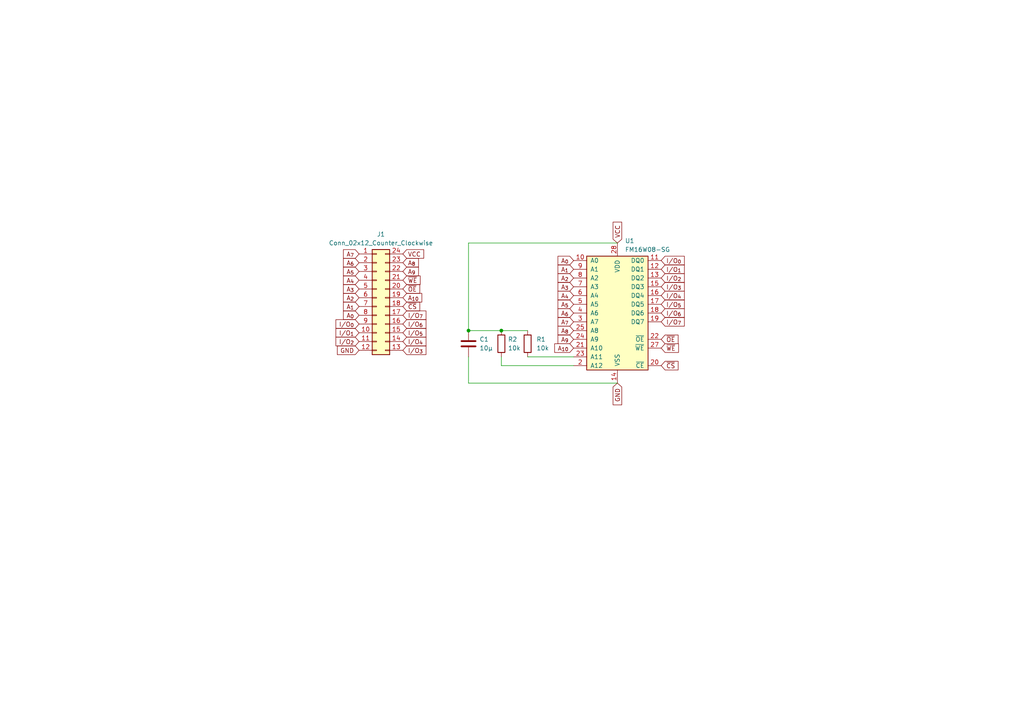
<source format=kicad_sch>
(kicad_sch (version 20230121) (generator eeschema)
  (paper "A4")
  (lib_symbols
    (symbol "Connector_Generic:Conn_02x12_Counter_Clockwise" (pin_names (offset 1.016) hide)
      (property "Reference" "J" (at 1.27 15.24 0))
      (property "Value" "Conn_02x12_Counter_Clockwise" (at 1.27 -17.78 0))
      (symbol "Conn_02x12_Counter_Clockwise_1_1"
        (rectangle (start -1.27 -15.113) (end 0 -15.367) (stroke (width 0.1524)))
        (rectangle (start -1.27 -12.573) (end 0 -12.827) (stroke (width 0.1524)))
        (rectangle (start -1.27 -10.033) (end 0 -10.287) (stroke (width 0.1524)))
        (rectangle (start -1.27 -7.493) (end 0 -7.747) (stroke (width 0.1524)))
        (rectangle (start -1.27 -4.953) (end 0 -5.207) (stroke (width 0.1524)))
        (rectangle (start -1.27 -2.413) (end 0 -2.667) (stroke (width 0.1524)))
        (rectangle (start -1.27 0.127) (end 0 -0.127) (stroke (width 0.1524)))
        (rectangle (start -1.27 2.667) (end 0 2.413) (stroke (width 0.1524)))
        (rectangle (start -1.27 5.207) (end 0 4.953) (stroke (width 0.1524)))
        (rectangle (start -1.27 7.747) (end 0 7.493) (stroke (width 0.1524)))
        (rectangle (start -1.27 10.287) (end 0 10.033) (stroke (width 0.1524)))
        (rectangle (start -1.27 12.827) (end 0 12.573) (stroke (width 0.1524)))
        (rectangle (start -1.27 13.97) (end 3.81 -16.51) (stroke (width 0.254)) (fill (type background)))
        (rectangle (start 3.81 -15.113) (end 2.54 -15.367) (stroke (width 0.1524)))
        (rectangle (start 3.81 -12.573) (end 2.54 -12.827) (stroke (width 0.1524)))
        (rectangle (start 3.81 -10.033) (end 2.54 -10.287) (stroke (width 0.1524)))
        (rectangle (start 3.81 -7.493) (end 2.54 -7.747) (stroke (width 0.1524)))
        (rectangle (start 3.81 -4.953) (end 2.54 -5.207) (stroke (width 0.1524)))
        (rectangle (start 3.81 -2.413) (end 2.54 -2.667) (stroke (width 0.1524)))
        (rectangle (start 3.81 0.127) (end 2.54 -0.127) (stroke (width 0.1524)))
        (rectangle (start 3.81 2.667) (end 2.54 2.413) (stroke (width 0.1524)))
        (rectangle (start 3.81 5.207) (end 2.54 4.953) (stroke (width 0.1524)))
        (rectangle (start 3.81 7.747) (end 2.54 7.493) (stroke (width 0.1524)))
        (rectangle (start 3.81 10.287) (end 2.54 10.033) (stroke (width 0.1524)))
        (rectangle (start 3.81 12.827) (end 2.54 12.573) (stroke (width 0.1524)))
        (pin passive line (at -5.08 12.7 0) (length 3.81) (name "Pin_1") (number "1"))
        (pin passive line (at -5.08 -10.16 0) (length 3.81) (name "Pin_10") (number "10"))
        (pin passive line (at -5.08 -12.7 0) (length 3.81) (name "Pin_11") (number "11"))
        (pin passive line (at -5.08 -15.24 0) (length 3.81) (name "Pin_12") (number "12"))
        (pin passive line (at 7.62 -15.24 180) (length 3.81) (name "Pin_13") (number "13"))
        (pin passive line (at 7.62 -12.7 180) (length 3.81) (name "Pin_14") (number "14"))
        (pin passive line (at 7.62 -10.16 180) (length 3.81) (name "Pin_15") (number "15"))
        (pin passive line (at 7.62 -7.62 180) (length 3.81) (name "Pin_16") (number "16"))
        (pin passive line (at 7.62 -5.08 180) (length 3.81) (name "Pin_17") (number "17"))
        (pin passive line (at 7.62 -2.54 180) (length 3.81) (name "Pin_18") (number "18"))
        (pin passive line (at 7.62 0 180) (length 3.81) (name "Pin_19") (number "19"))
        (pin passive line (at -5.08 10.16 0) (length 3.81) (name "Pin_2") (number "2"))
        (pin passive line (at 7.62 2.54 180) (length 3.81) (name "Pin_20") (number "20"))
        (pin passive line (at 7.62 5.08 180) (length 3.81) (name "Pin_21") (number "21"))
        (pin passive line (at 7.62 7.62 180) (length 3.81) (name "Pin_22") (number "22"))
        (pin passive line (at 7.62 10.16 180) (length 3.81) (name "Pin_23") (number "23"))
        (pin passive line (at 7.62 12.7 180) (length 3.81) (name "Pin_24") (number "24"))
        (pin passive line (at -5.08 7.62 0) (length 3.81) (name "Pin_3") (number "3"))
        (pin passive line (at -5.08 5.08 0) (length 3.81) (name "Pin_4") (number "4"))
        (pin passive line (at -5.08 2.54 0) (length 3.81) (name "Pin_5") (number "5"))
        (pin passive line (at -5.08 0 0) (length 3.81) (name "Pin_6") (number "6"))
        (pin passive line (at -5.08 -2.54 0) (length 3.81) (name "Pin_7") (number "7"))
        (pin passive line (at -5.08 -5.08 0) (length 3.81) (name "Pin_8") (number "8"))
        (pin passive line (at -5.08 -7.62 0) (length 3.81) (name "Pin_9") (number "9"))
      )
    )
    (symbol "Device:C" (pin_numbers hide) (pin_names (offset 0.254))
      (property "Reference" "C" (at 0.635 2.54 0))
      (property "Value" "C" (at 0.635 -2.54 0))
      (symbol "C_0_1"
        (polyline (pts (xy -2.032 -0.762) (xy 2.032 -0.762)) (stroke (width 0.508)))
        (polyline (pts (xy -2.032 0.762) (xy 2.032 0.762)) (stroke (width 0.508)))
      )
      (symbol "C_1_1"
        (pin passive line (at 0 3.81 270) (length 2.794) (name "~") (number "1"))
        (pin passive line (at 0 -3.81 90) (length 2.794) (name "~") (number "2"))
      )
    )
    (symbol "Device:R" (pin_numbers hide) (pin_names (offset 0))
      (property "Reference" "R" (at 2.032 0 90))
      (property "Value" "R" (at 0 0 90))
      (symbol "R_0_1"
        (rectangle (start -1.016 -2.54) (end 1.016 2.54) (stroke (width 0.254)))
      )
      (symbol "R_1_1"
        (pin passive line (at 0 3.81 270) (length 1.27) (name "~") (number "1"))
        (pin passive line (at 0 -3.81 90) (length 1.27) (name "~") (number "2"))
      )
    )
    (symbol "Memory_NVRAM:FM16W08-SG" (pin_names (offset 1.016))
      (property "Reference" "U" (at -7.62 17.78 0))
      (property "Value" "FM16W08-SG" (at 1.27 17.78 0))
      (symbol "FM16W08-SG_0_1"
        (rectangle (start -8.89 16.51) (end 8.89 -16.51) (stroke (width 0.254)) (fill (type background)))
      )
      (symbol "FM16W08-SG_1_1"
        (pin input line (at -12.7 15.24 0) (length 3.81) (name "A0") (number "10"))
        (pin bidirectional line (at 12.7 15.24 180) (length 3.81) (name "DQ0") (number "11"))
        (pin bidirectional line (at 12.7 12.7 180) (length 3.81) (name "DQ1") (number "12"))
        (pin bidirectional line (at 12.7 10.16 180) (length 3.81) (name "DQ2") (number "13"))
        (pin power_in line (at 0 -20.32 90) (length 3.81) (name "VSS") (number "14"))
        (pin bidirectional line (at 12.7 7.62 180) (length 3.81) (name "DQ3") (number "15"))
        (pin bidirectional line (at 12.7 5.08 180) (length 3.81) (name "DQ4") (number "16"))
        (pin bidirectional line (at 12.7 2.54 180) (length 3.81) (name "DQ5") (number "17"))
        (pin bidirectional line (at 12.7 0 180) (length 3.81) (name "DQ6") (number "18"))
        (pin bidirectional line (at 12.7 -2.54 180) (length 3.81) (name "DQ7") (number "19"))
        (pin input line (at -12.7 -15.24 0) (length 3.81) (name "A12") (number "2"))
        (pin input line (at 12.7 -15.24 180) (length 3.81) (name "~{CE}") (number "20"))
        (pin input line (at -12.7 -10.16 0) (length 3.81) (name "A10") (number "21"))
        (pin input line (at 12.7 -7.62 180) (length 3.81) (name "~{OE}") (number "22"))
        (pin input line (at -12.7 -12.7 0) (length 3.81) (name "A11") (number "23"))
        (pin input line (at -12.7 -7.62 0) (length 3.81) (name "A9") (number "24"))
        (pin input line (at -12.7 -5.08 0) (length 3.81) (name "A8") (number "25"))
        (pin input line (at 12.7 -10.16 180) (length 3.81) (name "~{WE}") (number "27"))
        (pin power_in line (at 0 20.32 270) (length 3.81) (name "VDD") (number "28"))
        (pin input line (at -12.7 -2.54 0) (length 3.81) (name "A7") (number "3"))
        (pin input line (at -12.7 0 0) (length 3.81) (name "A6") (number "4"))
        (pin input line (at -12.7 2.54 0) (length 3.81) (name "A5") (number "5"))
        (pin input line (at -12.7 5.08 0) (length 3.81) (name "A4") (number "6"))
        (pin input line (at -12.7 7.62 0) (length 3.81) (name "A3") (number "7"))
        (pin input line (at -12.7 10.16 0) (length 3.81) (name "A2") (number "8"))
        (pin input line (at -12.7 12.7 0) (length 3.81) (name "A1") (number "9"))
      )
    )
  )
  (junction (at 145.415 95.885))
  (junction (at 135.89 95.885))
  (wire (pts (xy 145.415 95.885) (xy 153.035 95.885)))
  (wire (pts (xy 135.89 95.885) (xy 145.415 95.885)))
  (wire (pts (xy 135.89 111.125) (xy 135.89 103.505)))
  (wire (pts (xy 135.89 70.485) (xy 135.89 95.885)))
  (wire (pts (xy 153.035 103.505) (xy 166.37 103.505)))
  (wire (pts (xy 166.37 106.045) (xy 145.415 106.045)))
  (wire (pts (xy 179.07 70.485) (xy 135.89 70.485)))
  (wire (pts (xy 145.415 106.045) (xy 145.415 103.505)))
  (wire (pts (xy 179.07 111.125) (xy 135.89 111.125)))
  (global_label "VCC" (shape input) (at 179.07 70.485 90) (property "Intersheetrefs" "${INTERSHEET_REFS}" (effects hide)))
  (global_label "A_{5}" (shape input) (at 166.37 88.265 180) (property "Intersheetrefs" "${INTERSHEET_REFS}" (effects hide)))
  (global_label "I{slash}O_{6}" (shape input) (at 191.77 90.805 0) (property "Intersheetrefs" "${INTERSHEET_REFS}" (effects hide)))
  (global_label "A_{6}" (shape input) (at 166.37 90.805 180) (property "Intersheetrefs" "${INTERSHEET_REFS}" (effects hide)))
  (global_label "A_{0}" (shape input) (at 166.37 75.565 180) (property "Intersheetrefs" "${INTERSHEET_REFS}" (effects hide)))
  (global_label "I{slash}O_{7}" (shape input) (at 191.77 93.345 0) (property "Intersheetrefs" "${INTERSHEET_REFS}" (effects hide)))
  (global_label "A_{6}" (shape input) (at 104.14 76.2 180) (property "Intersheetrefs" "${INTERSHEET_REFS}" (effects hide)))
  (global_label "~{OE}" (shape input) (at 116.84 83.82 0) (property "Intersheetrefs" "${INTERSHEET_REFS}" (effects hide)))
  (global_label "A_{1}" (shape input) (at 104.14 88.9 180) (property "Intersheetrefs" "${INTERSHEET_REFS}" (effects hide)))
  (global_label "A_{0}" (shape input) (at 104.14 91.44 180) (property "Intersheetrefs" "${INTERSHEET_REFS}" (effects hide)))
  (global_label "I{slash}O_{4}" (shape input) (at 191.77 85.725 0) (property "Intersheetrefs" "${INTERSHEET_REFS}" (effects hide)))
  (global_label "A_{9}" (shape input) (at 166.37 98.425 180) (property "Intersheetrefs" "${INTERSHEET_REFS}" (effects hide)))
  (global_label "I{slash}O_{6}" (shape input) (at 116.84 93.98 0) (property "Intersheetrefs" "${INTERSHEET_REFS}" (effects hide)))
  (global_label "A_{10}" (shape input) (at 116.84 86.36 0) (property "Intersheetrefs" "${INTERSHEET_REFS}" (effects hide)))
  (global_label "A_{5}" (shape input) (at 104.14 78.74 180) (property "Intersheetrefs" "${INTERSHEET_REFS}" (effects hide)))
  (global_label "VCC" (shape input) (at 116.84 73.66 0) (property "Intersheetrefs" "${INTERSHEET_REFS}" (effects hide)))
  (global_label "~{WE}" (shape input) (at 116.84 81.28 0) (property "Intersheetrefs" "${INTERSHEET_REFS}" (effects hide)))
  (global_label "~{OE}" (shape input) (at 191.77 98.425 0) (property "Intersheetrefs" "${INTERSHEET_REFS}" (effects hide)))
  (global_label "A_{10}" (shape input) (at 166.37 100.965 180) (property "Intersheetrefs" "${INTERSHEET_REFS}" (effects hide)))
  (global_label "GND" (shape input) (at 179.07 111.125 270) (property "Intersheetrefs" "${INTERSHEET_REFS}" (effects hide)))
  (global_label "I{slash}O_{2}" (shape input) (at 191.77 80.645 0) (property "Intersheetrefs" "${INTERSHEET_REFS}" (effects hide)))
  (global_label "~{WE}" (shape input) (at 191.77 100.965 0) (property "Intersheetrefs" "${INTERSHEET_REFS}" (effects hide)))
  (global_label "A_{1}" (shape input) (at 166.37 78.105 180) (property "Intersheetrefs" "${INTERSHEET_REFS}" (effects hide)))
  (global_label "I{slash}O_{1}" (shape input) (at 191.77 78.105 0) (property "Intersheetrefs" "${INTERSHEET_REFS}" (effects hide)))
  (global_label "GND" (shape input) (at 104.14 101.6 180) (property "Intersheetrefs" "${INTERSHEET_REFS}" (effects hide)))
  (global_label "I{slash}O_{5}" (shape input) (at 191.77 88.265 0) (property "Intersheetrefs" "${INTERSHEET_REFS}" (effects hide)))
  (global_label "A_{7}" (shape input) (at 104.14 73.66 180) (property "Intersheetrefs" "${INTERSHEET_REFS}" (effects hide)))
  (global_label "A_{3}" (shape input) (at 166.37 83.185 180) (property "Intersheetrefs" "${INTERSHEET_REFS}" (effects hide)))
  (global_label "A_{8}" (shape input) (at 166.37 95.885 180) (property "Intersheetrefs" "${INTERSHEET_REFS}" (effects hide)))
  (global_label "I{slash}O_{0}" (shape input) (at 104.14 93.98 180) (property "Intersheetrefs" "${INTERSHEET_REFS}" (effects hide)))
  (global_label "I{slash}O_{2}" (shape input) (at 104.14 99.06 180) (property "Intersheetrefs" "${INTERSHEET_REFS}" (effects hide)))
  (global_label "I{slash}O_{5}" (shape input) (at 116.84 96.52 0) (property "Intersheetrefs" "${INTERSHEET_REFS}" (effects hide)))
  (global_label "~{CS}" (shape input) (at 116.84 88.9 0) (property "Intersheetrefs" "${INTERSHEET_REFS}" (effects hide)))
  (global_label "~{CS}" (shape input) (at 191.77 106.045 0) (property "Intersheetrefs" "${INTERSHEET_REFS}" (effects hide)))
  (global_label "A_{8}" (shape input) (at 116.84 76.2 0) (property "Intersheetrefs" "${INTERSHEET_REFS}" (effects hide)))
  (global_label "A_{9}" (shape input) (at 116.84 78.74 0) (property "Intersheetrefs" "${INTERSHEET_REFS}" (effects hide)))
  (global_label "A_{2}" (shape input) (at 166.37 80.645 180) (property "Intersheetrefs" "${INTERSHEET_REFS}" (effects hide)))
  (global_label "A_{4}" (shape input) (at 104.14 81.28 180) (property "Intersheetrefs" "${INTERSHEET_REFS}" (effects hide)))
  (global_label "I{slash}O_{3}" (shape input) (at 116.84 101.6 0) (property "Intersheetrefs" "${INTERSHEET_REFS}" (effects hide)))
  (global_label "I{slash}O_{1}" (shape input) (at 104.14 96.52 180) (property "Intersheetrefs" "${INTERSHEET_REFS}" (effects hide)))
  (global_label "A_{3}" (shape input) (at 104.14 83.82 180) (property "Intersheetrefs" "${INTERSHEET_REFS}" (effects hide)))
  (global_label "A_{7}" (shape input) (at 166.37 93.345 180) (property "Intersheetrefs" "${INTERSHEET_REFS}" (effects hide)))
  (global_label "I{slash}O_{4}" (shape input) (at 116.84 99.06 0) (property "Intersheetrefs" "${INTERSHEET_REFS}" (effects hide)))
  (global_label "A_{2}" (shape input) (at 104.14 86.36 180) (property "Intersheetrefs" "${INTERSHEET_REFS}" (effects hide)))
  (global_label "I{slash}O_{0}" (shape input) (at 191.77 75.565 0) (property "Intersheetrefs" "${INTERSHEET_REFS}" (effects hide)))
  (global_label "A_{4}" (shape input) (at 166.37 85.725 180) (property "Intersheetrefs" "${INTERSHEET_REFS}" (effects hide)))
  (global_label "I{slash}O_{3}" (shape input) (at 191.77 83.185 0) (property "Intersheetrefs" "${INTERSHEET_REFS}" (effects hide)))
  (global_label "I{slash}O_{7}" (shape input) (at 116.84 91.44 0) (property "Intersheetrefs" "${INTERSHEET_REFS}" (effects hide)))
  (symbol (lib_id "Connector_Generic:Conn_02x12_Counter_Clockwise") (at 109.22 86.36 0) (unit 1)
    (property "Reference" "J1" (at 110.49 67.945 0))
    (property "Value" "Conn_02x12_Counter_Clockwise" (at 110.49 70.485 0))
    (property "Footprint" "Package_DIP:DIP-24_W15.24mm" (effects hide))
  )
  (symbol (lib_id "Memory_NVRAM:FM16W08-SG") (at 179.07 90.805 0) (unit 1)
    (property "Reference" "U1" (at 181.2641 69.85 0) (effects (justify left)))
    (property "Value" "FM16W08-SG" (at 181.2641 72.39 0) (effects (justify left)))
    (property "Footprint" "Package_SO:SOIC-28W_7.5x17.9mm_P1.27mm" (effects hide))
    (property "Datasheet" "http://www.cypress.com/file/41731/download" (effects hide))
  )
  (symbol (lib_id "Device:R") (at 153.035 99.695 180) (unit 1)
    (property "Reference" "R1" (at 155.575 98.425 0) (effects (justify right)))
    (property "Value" "10k" (at 155.575 100.965 0) (effects (justify right)))
    (property "Footprint" "Resistor_SMD:R_0603_1608Metric_Pad0.98x0.95mm_HandSolder" (effects hide))
  )
  (symbol (lib_id "Device:C") (at 135.89 99.695 0) (unit 1)
    (property "Reference" "C1" (at 139.065 98.425 0) (effects (justify left)))
    (property "Value" "10µ" (at 139.065 100.965 0) (effects (justify left)))
    (property "Footprint" "Capacitor_SMD:C_0603_1608Metric_Pad1.08x0.95mm_HandSolder" (effects hide))
  )
  (symbol (lib_id "Device:R") (at 145.415 99.695 180) (unit 1)
    (property "Reference" "R2" (at 147.32 98.425 0) (effects (justify right)))
    (property "Value" "10k" (at 147.32 100.965 0) (effects (justify right)))
    (property "Footprint" "Resistor_SMD:R_0603_1608Metric_Pad0.98x0.95mm_HandSolder" (effects hide))
  )
)
</source>
